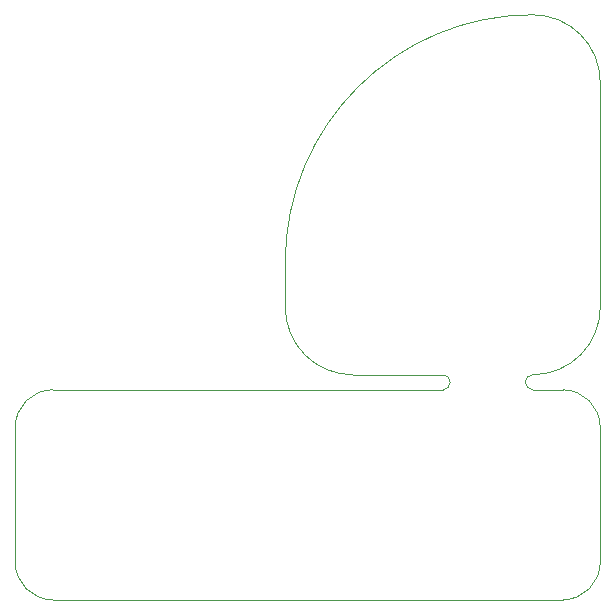
<source format=gbr>
%FSLAX46Y46*%
G04 Gerber Fmt 4.6, Leading zero omitted, Abs format (unit mm)*
G04 Created by KiCad (PCBNEW (2014-10-11 BZR 5175)-product) date Fri 31 Oct 2014 19:34:31 GMT*
%MOMM*%
G01*
G04 APERTURE LIST*
%ADD10C,0.100000*%
G04 APERTURE END LIST*
D10*
X43180000Y-150495000D02*
X43180000Y-146685000D01*
X69850000Y-131445000D02*
X69850000Y-150495000D01*
X64135000Y-156210000D02*
G75*
G03X69850000Y-150495000I0J5715000D01*
G74*
G01*
X48895000Y-156210000D02*
X56515000Y-156210000D01*
X43180000Y-150495000D02*
G75*
G03X48895000Y-156210000I5715000J0D01*
G74*
G01*
X69850000Y-131445000D02*
G75*
G03X64135000Y-125730000I-5715000J0D01*
G74*
G01*
X64135000Y-125730000D02*
G75*
G03X43180000Y-146685000I0J-20955000D01*
G74*
G01*
X49530000Y-157480000D02*
X56515000Y-157480000D01*
X64135000Y-157480000D02*
X66675000Y-157480000D01*
X66675000Y-175260000D02*
X23495000Y-175260000D01*
X20320000Y-172085000D02*
X20320000Y-160655000D01*
X23495000Y-157480000D02*
X49530000Y-157480000D01*
X56515000Y-157480000D02*
G75*
G03X57150000Y-156845000I0J635000D01*
G74*
G01*
X63500000Y-156845000D02*
G75*
G03X64135000Y-157480000I635000J0D01*
G74*
G01*
X69850000Y-172085000D02*
X69850000Y-160655000D01*
X64135000Y-156210000D02*
G75*
G03X63500000Y-156845000I0J-635000D01*
G74*
G01*
X57150000Y-156845000D02*
G75*
G03X56515000Y-156210000I-635000J0D01*
G74*
G01*
X69850000Y-160655000D02*
G75*
G03X66675000Y-157480000I-3175000J0D01*
G74*
G01*
X23495000Y-157480000D02*
G75*
G03X20320000Y-160655000I0J-3175000D01*
G74*
G01*
X66675000Y-175260000D02*
G75*
G03X69850000Y-172085000I0J3175000D01*
G74*
G01*
X20320000Y-172085000D02*
G75*
G03X23495000Y-175260000I3175000J0D01*
G74*
G01*
M02*

</source>
